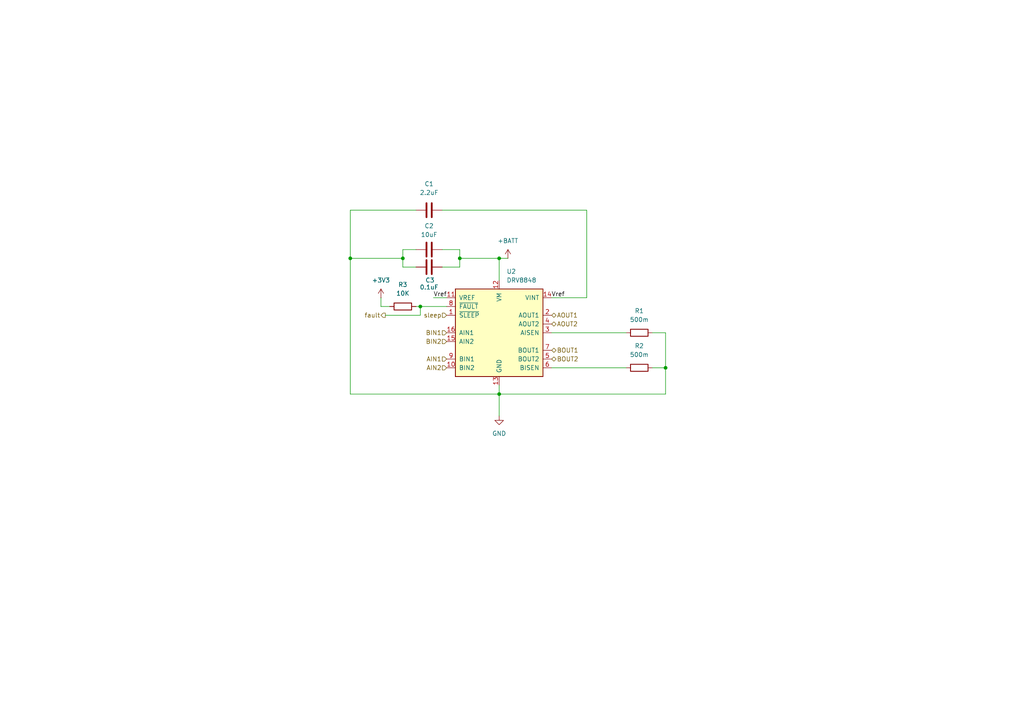
<source format=kicad_sch>
(kicad_sch (version 20250114) (generator "eeschema") (generator_version "9.0")
  (paper "A4")
  (lib_symbols
    (symbol "Device:C" (pin_numbers (hide yes)) (pin_names (offset 0.254))
      (property "Reference" "C" (at 0.635 2.54 0))
      (property "Value" "C" (at 0.635 -2.54 0))
      (symbol "C_0_1"
        (polyline (pts (xy -2.032 0.762) (xy 2.032 0.762)) (stroke (width 0.508)))
        (polyline (pts (xy -2.032 -0.762) (xy 2.032 -0.762)) (stroke (width 0.508)))
      )
      (symbol "C_1_1"
        (pin passive line (at 0 3.81 270) (length 2.794) (name "~") (number "1"))
        (pin passive line (at 0 -3.81 90) (length 2.794) (name "~") (number "2"))
      )
    )
    (symbol "Device:R" (pin_numbers (hide yes)) (pin_names (offset 0))
      (property "Reference" "R" (at 2.032 0 90))
      (property "Value" "R" (at 0 0 90))
      (symbol "R_0_1"
        (rectangle (start -1.016 -2.54) (end 1.016 2.54) (stroke (width 0.254)))
      )
      (symbol "R_1_1"
        (pin passive line (at 0 3.81 270) (length 1.27) (name "~") (number "1"))
        (pin passive line (at 0 -3.81 90) (length 1.27) (name "~") (number "2"))
      )
    )
    (symbol "Driver_Motor:DRV8848" (pin_names (offset 1.016))
      (property "Reference" "U" (at -11.43 14.224 0))
      (property "Value" "DRV8848" (at 7.366 14.224 0))
      (symbol "DRV8848_0_1"
        (rectangle (start -12.7 12.7) (end 12.7 -12.7) (stroke (width 0.254)) (fill (type background)))
      )
      (symbol "DRV8848_1_1"
        (pin input line (at -15.24 10.16 0) (length 2.54) (name "VREF") (number "11"))
        (pin open_collector line (at -15.24 7.62 0) (length 2.54) (name "~{FAULT}") (number "8"))
        (pin input line (at -15.24 5.08 0) (length 2.54) (name "~{SLEEP}") (number "1"))
        (pin input line (at -15.24 0 0) (length 2.54) (name "AIN1") (number "16"))
        (pin input line (at -15.24 -2.54 0) (length 2.54) (name "AIN2") (number "15"))
        (pin input line (at -15.24 -7.62 0) (length 2.54) (name "BIN1") (number "9"))
        (pin input line (at -15.24 -10.16 0) (length 2.54) (name "BIN2") (number "10"))
        (pin power_in line (at 0 15.24 270) (length 2.54) (name "VM") (number "12"))
        (pin power_in line (at 0 -15.24 90) (length 2.54) (name "GND") (number "13"))
        (pin passive line (at 0 -15.24 90) (length 2.54) (hide yes) (name "GND") (number "17"))
        (pin passive line (at 15.24 10.16 180) (length 2.54) (name "VINT") (number "14"))
        (pin output line (at 15.24 5.08 180) (length 2.54) (name "AOUT1") (number "2"))
        (pin output line (at 15.24 2.54 180) (length 2.54) (name "AOUT2") (number "4"))
        (pin passive line (at 15.24 0 180) (length 2.54) (name "AISEN") (number "3"))
        (pin output line (at 15.24 -5.08 180) (length 2.54) (name "BOUT1") (number "7"))
        (pin output line (at 15.24 -7.62 180) (length 2.54) (name "BOUT2") (number "5"))
        (pin passive line (at 15.24 -10.16 180) (length 2.54) (name "BISEN") (number "6"))
      )
    )
    (symbol "power:+3V3" (power) (pin_numbers (hide yes)) (pin_names (offset 0) (hide yes))
      (property "Value" "+3V3" (at 0 3.556 0))
      (symbol "+3V3_0_1"
        (polyline (pts (xy -0.762 1.27) (xy 0 2.54)))
        (polyline (pts (xy 0 2.54) (xy 0.762 1.27)))
        (polyline (pts (xy 0 0) (xy 0 2.54)))
      )
      (symbol "+3V3_1_1"
        (pin power_in line (at 0 0 90) (length 0) (name "~") (number "1"))
      )
    )
    (symbol "power:+BATT" (power) (pin_numbers (hide yes)) (pin_names (offset 0) (hide yes))
      (property "Value" "+BATT" (at 0 3.556 0))
      (symbol "+BATT_0_1"
        (polyline (pts (xy -0.762 1.27) (xy 0 2.54)))
        (polyline (pts (xy 0 2.54) (xy 0.762 1.27)))
        (polyline (pts (xy 0 0) (xy 0 2.54)))
      )
      (symbol "+BATT_1_1"
        (pin power_in line (at 0 0 90) (length 0) (name "~") (number "1"))
      )
    )
    (symbol "power:GND" (power) (pin_numbers (hide yes)) (pin_names (offset 0) (hide yes))
      (property "Value" "GND" (at 0 -3.81 0))
      (symbol "GND_0_1"
        (polyline (pts (xy 0 0) (xy 0 -1.27) (xy 1.27 -1.27) (xy 0 -2.54) (xy -1.27 -1.27) (xy 0 -1.27)))
      )
      (symbol "GND_1_1"
        (pin power_in line (at 0 0 270) (length 0) (name "~") (number "1"))
      )
    )
  )
  (junction (at 144.78 114.3))
  (junction (at 133.35 74.93))
  (junction (at 144.78 74.93))
  (junction (at 116.84 74.93))
  (junction (at 193.04 106.68))
  (junction (at 121.92 88.9))
  (junction (at 101.6 74.93))
  (wire (pts (xy 193.04 96.52) (xy 193.04 106.68)))
  (wire (pts (xy 111.76 91.44) (xy 121.92 91.44)))
  (wire (pts (xy 160.02 96.52) (xy 181.61 96.52)))
  (wire (pts (xy 133.35 72.39) (xy 128.27 72.39)))
  (wire (pts (xy 101.6 60.96) (xy 101.6 74.93)))
  (wire (pts (xy 101.6 74.93) (xy 116.84 74.93)))
  (wire (pts (xy 144.78 114.3) (xy 101.6 114.3)))
  (wire (pts (xy 120.65 72.39) (xy 116.84 72.39)))
  (wire (pts (xy 160.02 86.36) (xy 170.18 86.36)))
  (wire (pts (xy 116.84 72.39) (xy 116.84 74.93)))
  (wire (pts (xy 133.35 77.47) (xy 133.35 74.93)))
  (wire (pts (xy 144.78 74.93) (xy 147.32 74.93)))
  (wire (pts (xy 193.04 106.68) (xy 193.04 114.3)))
  (wire (pts (xy 101.6 74.93) (xy 101.6 114.3)))
  (wire (pts (xy 128.27 77.47) (xy 133.35 77.47)))
  (wire (pts (xy 189.23 96.52) (xy 193.04 96.52)))
  (wire (pts (xy 144.78 111.76) (xy 144.78 114.3)))
  (wire (pts (xy 128.27 60.96) (xy 170.18 60.96)))
  (wire (pts (xy 125.73 86.36) (xy 129.54 86.36)))
  (wire (pts (xy 193.04 114.3) (xy 144.78 114.3)))
  (wire (pts (xy 116.84 77.47) (xy 120.65 77.47)))
  (wire (pts (xy 133.35 74.93) (xy 144.78 74.93)))
  (wire (pts (xy 144.78 74.93) (xy 144.78 81.28)))
  (wire (pts (xy 170.18 86.36) (xy 170.18 60.96)))
  (wire (pts (xy 110.49 88.9) (xy 113.03 88.9)))
  (wire (pts (xy 160.02 106.68) (xy 181.61 106.68)))
  (wire (pts (xy 144.78 114.3) (xy 144.78 120.65)))
  (wire (pts (xy 116.84 74.93) (xy 116.84 77.47)))
  (wire (pts (xy 121.92 88.9) (xy 121.92 91.44)))
  (wire (pts (xy 120.65 60.96) (xy 101.6 60.96)))
  (wire (pts (xy 133.35 74.93) (xy 133.35 72.39)))
  (wire (pts (xy 110.49 86.36) (xy 110.49 88.9)))
  (wire (pts (xy 193.04 106.68) (xy 189.23 106.68)))
  (wire (pts (xy 120.65 88.9) (xy 121.92 88.9)))
  (wire (pts (xy 121.92 88.9) (xy 129.54 88.9)))
  (label "Vref" (at 125.73 86.36 0))
  (label "Vref" (at 163.83 86.36 180))
  (hierarchical_label "AOUT1" (shape bidirectional) (at 160.02 91.44 0))
  (hierarchical_label "AOUT2" (shape bidirectional) (at 160.02 93.98 0))
  (hierarchical_label "BIN1" (shape input) (at 129.54 96.52 180))
  (hierarchical_label "BIN2" (shape input) (at 129.54 99.06 180))
  (hierarchical_label "BOUT2" (shape bidirectional) (at 160.02 104.14 0))
  (hierarchical_label "AIN2" (shape input) (at 129.54 106.68 180))
  (hierarchical_label "AIN1" (shape input) (at 129.54 104.14 180))
  (hierarchical_label "fault" (shape output) (at 111.76 91.44 180))
  (hierarchical_label "sleep" (shape input) (at 129.54 91.44 180))
  (hierarchical_label "BOUT1" (shape bidirectional) (at 160.02 101.6 0))
  (symbol (lib_id "Driver_Motor:DRV8848") (at 144.78 96.52 0) (unit 1)
    (property "Reference" "U2" (at 146.9233 78.74 0) (effects (justify left)))
    (property "Value" "DRV8848" (at 146.9233 81.28 0) (effects (justify left)))
    (property "Footprint" "Package_SO:TSSOP-16-1EP_4.4x5mm_P0.65mm" (effects (hide yes)))
    (property "Datasheet" "http://www.ti.com/lit/ds/symlink/drv8848.pdf" (effects (hide yes)))
    (property "Description" "Dual H-Bridge motor driver, PWM controlled, single/dual brushed DC stepper, +2 to +18 VDD, TSSOP-16" (effects (hide yes)))
  )
  (symbol (lib_id "power:+3V3") (at 110.49 86.36 0) (unit 1)
    (property "Reference" "#PWR023" (effects (hide yes)))
    (property "Value" "+3V3" (at 110.49 81.28 0))
    (property "Description" "Power symbol creates a global label with name \"+3V3\"" (effects (hide yes)))
  )
  (symbol (lib_id "Device:C") (at 124.46 77.47 90) (unit 1)
    (property "Reference" "C3" (at 124.714 81.28 90))
    (property "Value" "0.1uF" (at 124.46 83.312 90))
    (property "Footprint" "Capacitor_SMD:C_1206_3216Metric" (effects (hide yes)))
    (property "Description" "Unpolarized capacitor" (effects (hide yes)))
  )
  (symbol (lib_id "Device:C") (at 124.46 72.39 90) (unit 1)
    (property "Reference" "C2" (at 124.46 65.532 90))
    (property "Value" "10uF" (at 124.46 68.072 90))
    (property "Footprint" "Capacitor_SMD:C_1206_3216Metric" (effects (hide yes)))
    (property "Description" "Unpolarized capacitor" (effects (hide yes)))
  )
  (symbol (lib_id "power:+BATT") (at 147.32 74.93 0) (unit 1)
    (property "Reference" "#PWR016" (effects (hide yes)))
    (property "Value" "+BATT" (at 147.32 69.85 0))
    (property "Description" "Power symbol creates a global label with name \"+BATT\"" (effects (hide yes)))
  )
  (symbol (lib_id "Device:R") (at 116.84 88.9 90) (unit 1)
    (property "Reference" "R3" (at 116.84 82.55 90))
    (property "Value" "10K" (at 116.84 85.09 90))
    (property "Footprint" "Resistor_SMD:R_1206_3216Metric" (effects (hide yes)))
    (property "Description" "Resistor" (effects (hide yes)))
  )
  (symbol (lib_id "Device:R") (at 185.42 96.52 90) (unit 1)
    (property "Reference" "R1" (at 185.42 90.17 90))
    (property "Value" "500m" (at 185.42 92.71 90))
    (property "Footprint" "Resistor_SMD:R_1206_3216Metric" (effects (hide yes)))
    (property "Description" "Resistor" (effects (hide yes)))
  )
  (symbol (lib_id "Device:C") (at 124.46 60.96 90) (unit 1)
    (property "Reference" "C1" (at 124.46 53.34 90))
    (property "Value" "2.2uF" (at 124.46 55.88 90))
    (property "Footprint" "Capacitor_SMD:C_1206_3216Metric" (effects (hide yes)))
    (property "Description" "Unpolarized capacitor" (effects (hide yes)))
  )
  (symbol (lib_id "Device:R") (at 185.42 106.68 90) (unit 1)
    (property "Reference" "R2" (at 185.42 100.33 90))
    (property "Value" "500m" (at 185.42 102.87 90))
    (property "Footprint" "Resistor_SMD:R_1206_3216Metric" (effects (hide yes)))
    (property "Description" "Resistor" (effects (hide yes)))
  )
  (symbol (lib_id "power:GND") (at 144.78 120.65 0) (unit 1)
    (property "Reference" "#PWR022" (effects (hide yes)))
    (property "Value" "GND" (at 144.78 125.73 0))
    (property "Description" "Power symbol creates a global label with name \"GND\" , ground" (effects (hide yes)))
  )
)
</source>
